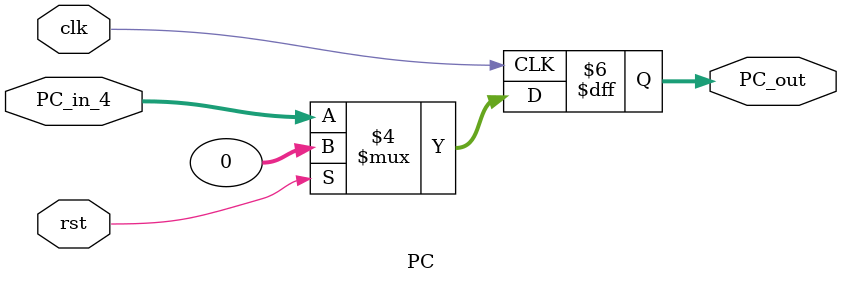
<source format=v>
module PC(clk, rst, PC_in_4, PC_out);

input clk, rst;
input [31:0] PC_in_4;
output reg [31:0] PC_out;

initial begin
PC_out <= 32'b0;
end

always @ (posedge clk) begin

if (rst) begin
PC_out <= 32'b0;
end

else begin
PC_out <= PC_in_4;
end


end


endmodule

</source>
